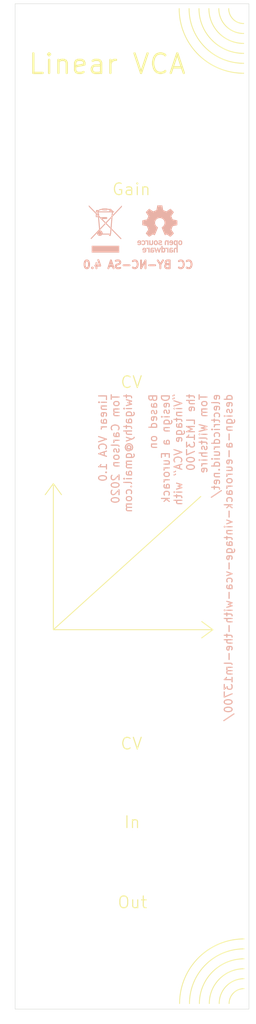
<source format=kicad_pcb>
(kicad_pcb (version 20171130) (host pcbnew "(5.1.4)-1")

  (general
    (thickness 1.6)
    (drawings 26)
    (tracks 0)
    (zones 0)
    (modules 14)
    (nets 1)
  )

  (page A4)
  (layers
    (0 F.Cu signal)
    (31 B.Cu signal)
    (32 B.Adhes user)
    (33 F.Adhes user)
    (34 B.Paste user)
    (35 F.Paste user)
    (36 B.SilkS user)
    (37 F.SilkS user)
    (38 B.Mask user)
    (39 F.Mask user)
    (40 Dwgs.User user)
    (41 Cmts.User user)
    (42 Eco1.User user)
    (43 Eco2.User user)
    (44 Edge.Cuts user)
    (45 Margin user)
    (46 B.CrtYd user)
    (47 F.CrtYd user)
    (48 B.Fab user)
    (49 F.Fab user)
  )

  (setup
    (last_trace_width 0.25)
    (trace_clearance 0.2)
    (zone_clearance 0.508)
    (zone_45_only no)
    (trace_min 0.2)
    (via_size 0.8)
    (via_drill 0.4)
    (via_min_size 0.4)
    (via_min_drill 0.3)
    (uvia_size 0.3)
    (uvia_drill 0.1)
    (uvias_allowed no)
    (uvia_min_size 0.2)
    (uvia_min_drill 0.1)
    (edge_width 0.05)
    (segment_width 0.2)
    (pcb_text_width 0.3)
    (pcb_text_size 1.5 1.5)
    (mod_edge_width 0.12)
    (mod_text_size 1 1)
    (mod_text_width 0.15)
    (pad_size 1.524 1.524)
    (pad_drill 0.762)
    (pad_to_mask_clearance 0.051)
    (solder_mask_min_width 0.25)
    (aux_axis_origin 0 0)
    (visible_elements 7FFFFFFF)
    (pcbplotparams
      (layerselection 0x010fc_ffffffff)
      (usegerberextensions false)
      (usegerberattributes false)
      (usegerberadvancedattributes false)
      (creategerberjobfile false)
      (excludeedgelayer true)
      (linewidth 0.100000)
      (plotframeref false)
      (viasonmask false)
      (mode 1)
      (useauxorigin false)
      (hpglpennumber 1)
      (hpglpenspeed 20)
      (hpglpendiameter 15.000000)
      (psnegative false)
      (psa4output false)
      (plotreference true)
      (plotvalue true)
      (plotinvisibletext false)
      (padsonsilk false)
      (subtractmaskfromsilk false)
      (outputformat 1)
      (mirror false)
      (drillshape 1)
      (scaleselection 1)
      (outputdirectory ""))
  )

  (net 0 "")

  (net_class Default "This is the default net class."
    (clearance 0.2)
    (trace_width 0.25)
    (via_dia 0.8)
    (via_drill 0.4)
    (uvia_dia 0.3)
    (uvia_drill 0.1)
  )

  (module Symbol:WEEE-Logo_4.2x6mm_SilkScreen (layer B.Cu) (tedit 0) (tstamp 603DAE71)
    (at 157.0609 68.9483 180)
    (descr "Waste Electrical and Electronic Equipment Directive")
    (tags "Logo WEEE")
    (path /60041A75)
    (attr virtual)
    (fp_text reference J26 (at 0 0) (layer B.SilkS) hide
      (effects (font (size 1 1) (thickness 0.15)) (justify mirror))
    )
    (fp_text value WEEE (at 0.75 0) (layer B.Fab) hide
      (effects (font (size 1 1) (thickness 0.15)) (justify mirror))
    )
    (fp_poly (pts (xy 1.747822 -3.017822) (xy -1.772971 -3.017822) (xy -1.772971 -2.150198) (xy 1.747822 -2.150198)
      (xy 1.747822 -3.017822)) (layer B.SilkS) (width 0.01))
    (fp_poly (pts (xy 2.12443 2.935152) (xy 2.123811 2.848069) (xy 1.672086 2.389109) (xy 1.220361 1.930148)
      (xy 1.220032 1.719529) (xy 1.219703 1.508911) (xy 0.94461 1.508911) (xy 0.937522 1.45547)
      (xy 0.934838 1.431112) (xy 0.930313 1.385241) (xy 0.924191 1.320595) (xy 0.916712 1.239909)
      (xy 0.908119 1.145919) (xy 0.898654 1.041363) (xy 0.888558 0.928975) (xy 0.878074 0.811493)
      (xy 0.867444 0.691652) (xy 0.856909 0.572189) (xy 0.846713 0.455841) (xy 0.837095 0.345343)
      (xy 0.8283 0.243431) (xy 0.820568 0.152842) (xy 0.814142 0.076313) (xy 0.809263 0.016579)
      (xy 0.806175 -0.023624) (xy 0.805117 -0.041559) (xy 0.805118 -0.041644) (xy 0.812827 -0.056035)
      (xy 0.835981 -0.085748) (xy 0.874895 -0.131131) (xy 0.929884 -0.192529) (xy 1.001264 -0.270288)
      (xy 1.089349 -0.364754) (xy 1.194454 -0.476272) (xy 1.316895 -0.605188) (xy 1.35131 -0.641287)
      (xy 1.897137 -1.213416) (xy 1.808881 -1.301436) (xy 1.737485 -1.223758) (xy 1.711366 -1.195686)
      (xy 1.670566 -1.152274) (xy 1.617777 -1.096366) (xy 1.555691 -1.030808) (xy 1.487 -0.958441)
      (xy 1.414396 -0.882112) (xy 1.37096 -0.836524) (xy 1.289416 -0.751119) (xy 1.223504 -0.68271)
      (xy 1.171544 -0.630053) (xy 1.131855 -0.591905) (xy 1.102757 -0.56702) (xy 1.082569 -0.554156)
      (xy 1.06961 -0.552068) (xy 1.0622 -0.559513) (xy 1.058658 -0.575246) (xy 1.057303 -0.598023)
      (xy 1.057121 -0.604239) (xy 1.047703 -0.647061) (xy 1.024497 -0.698819) (xy 0.992136 -0.751328)
      (xy 0.955252 -0.796403) (xy 0.940493 -0.810328) (xy 0.864767 -0.859047) (xy 0.776308 -0.886306)
      (xy 0.6981 -0.892773) (xy 0.609468 -0.880576) (xy 0.527612 -0.844813) (xy 0.455164 -0.786722)
      (xy 0.441797 -0.772262) (xy 0.392918 -0.716733) (xy -0.452674 -0.716733) (xy -0.452674 -0.892773)
      (xy -0.67901 -0.892773) (xy -0.67901 -0.810531) (xy -0.68185 -0.754386) (xy -0.691393 -0.715416)
      (xy -0.702991 -0.694219) (xy -0.711277 -0.679052) (xy -0.718373 -0.657062) (xy -0.724748 -0.624987)
      (xy -0.730872 -0.579569) (xy -0.737216 -0.517548) (xy -0.74425 -0.435662) (xy -0.749066 -0.374746)
      (xy -0.771161 -0.089343) (xy -1.313565 -0.638805) (xy -1.411637 -0.738228) (xy -1.505784 -0.833815)
      (xy -1.594285 -0.92381) (xy -1.67542 -1.006457) (xy -1.747469 -1.080001) (xy -1.808712 -1.142684)
      (xy -1.857427 -1.192752) (xy -1.891896 -1.228448) (xy -1.910379 -1.247995) (xy -1.940743 -1.278944)
      (xy -1.966071 -1.30053) (xy -1.979695 -1.307723) (xy -1.997095 -1.299297) (xy -2.02246 -1.278245)
      (xy -2.031058 -1.269671) (xy -2.067514 -1.23162) (xy -1.866802 -1.027658) (xy -1.815596 -0.975699)
      (xy -1.749569 -0.90882) (xy -1.671618 -0.82995) (xy -1.584638 -0.742014) (xy -1.491526 -0.647941)
      (xy -1.395179 -0.550658) (xy -1.298492 -0.453093) (xy -1.229134 -0.383145) (xy -1.123703 -0.27655)
      (xy -1.035129 -0.186307) (xy -0.962281 -0.111192) (xy -0.904023 -0.049986) (xy -0.859225 -0.001466)
      (xy -0.837021 0.023871) (xy -0.658724 0.023871) (xy -0.636401 -0.261555) (xy -0.629669 -0.345219)
      (xy -0.623157 -0.421727) (xy -0.617234 -0.487081) (xy -0.612268 -0.537281) (xy -0.608629 -0.568329)
      (xy -0.607458 -0.575273) (xy -0.600838 -0.603565) (xy 0.348636 -0.603565) (xy 0.354974 -0.524606)
      (xy 0.37411 -0.431315) (xy 0.414154 -0.348791) (xy 0.472582 -0.280038) (xy 0.546871 -0.228063)
      (xy 0.630252 -0.196863) (xy 0.657302 -0.182228) (xy 0.670844 -0.150819) (xy 0.671128 -0.149434)
      (xy 0.672753 -0.136174) (xy 0.670744 -0.122595) (xy 0.663142 -0.106181) (xy 0.647984 -0.084411)
      (xy 0.623312 -0.054767) (xy 0.587164 -0.014732) (xy 0.53758 0.038215) (xy 0.472599 0.106591)
      (xy 0.468401 0.110995) (xy 0.398507 0.184389) (xy 0.3242 0.262563) (xy 0.250586 0.340136)
      (xy 0.182771 0.411725) (xy 0.12586 0.471949) (xy 0.113168 0.485413) (xy 0.064513 0.53618)
      (xy 0.021291 0.579625) (xy -0.013395 0.612759) (xy -0.036444 0.632595) (xy -0.044182 0.636954)
      (xy -0.055722 0.62783) (xy -0.08271 0.6028) (xy -0.123021 0.563948) (xy -0.174529 0.513357)
      (xy -0.235109 0.453112) (xy -0.302636 0.385296) (xy -0.357826 0.329435) (xy -0.658724 0.023871)
      (xy -0.837021 0.023871) (xy -0.826751 0.035589) (xy -0.805471 0.062401) (xy -0.794251 0.080192)
      (xy -0.791754 0.08843) (xy -0.7927 0.10641) (xy -0.795573 0.147108) (xy -0.800187 0.208181)
      (xy -0.806358 0.287287) (xy -0.813898 0.382086) (xy -0.822621 0.490233) (xy -0.832343 0.609388)
      (xy -0.842876 0.737209) (xy -0.851365 0.839365) (xy -0.899396 1.415326) (xy -0.775805 1.415326)
      (xy -0.775273 1.402896) (xy -0.772769 1.36789) (xy -0.768496 1.312785) (xy -0.762653 1.240057)
      (xy -0.755443 1.152186) (xy -0.747066 1.051649) (xy -0.737723 0.940923) (xy -0.728758 0.835795)
      (xy -0.718602 0.716517) (xy -0.709142 0.60392) (xy -0.700596 0.500695) (xy -0.693179 0.409527)
      (xy -0.687108 0.333105) (xy -0.682601 0.274117) (xy -0.679873 0.235251) (xy -0.679116 0.220156)
      (xy -0.677935 0.210762) (xy -0.673256 0.207034) (xy -0.663276 0.210529) (xy -0.64619 0.222801)
      (xy -0.620196 0.245406) (xy -0.58349 0.2799) (xy -0.534267 0.327838) (xy -0.470726 0.390776)
      (xy -0.403305 0.458032) (xy -0.127601 0.733523) (xy -0.129533 0.735594) (xy 0.05271 0.735594)
      (xy 0.061016 0.72422) (xy 0.084267 0.697437) (xy 0.120135 0.657708) (xy 0.166287 0.607493)
      (xy 0.220394 0.549254) (xy 0.280126 0.485453) (xy 0.343152 0.418551) (xy 0.407142 0.35101)
      (xy 0.469764 0.28529) (xy 0.52869 0.223854) (xy 0.581588 0.169163) (xy 0.626128 0.123678)
      (xy 0.65998 0.089862) (xy 0.680812 0.070174) (xy 0.686494 0.066163) (xy 0.688366 0.079109)
      (xy 0.692254 0.114866) (xy 0.697943 0.171196) (xy 0.705219 0.24586) (xy 0.713869 0.33662)
      (xy 0.723678 0.441238) (xy 0.734434 0.557474) (xy 0.745921 0.683092) (xy 0.755093 0.784382)
      (xy 0.766826 0.915721) (xy 0.777665 1.039448) (xy 0.78743 1.153319) (xy 0.795937 1.255089)
      (xy 0.803005 1.342513) (xy 0.808451 1.413347) (xy 0.812092 1.465347) (xy 0.813747 1.496268)
      (xy 0.813558 1.504297) (xy 0.803666 1.497146) (xy 0.778476 1.474159) (xy 0.74019 1.437561)
      (xy 0.691011 1.389578) (xy 0.633139 1.332434) (xy 0.568778 1.268353) (xy 0.500129 1.199562)
      (xy 0.429395 1.128284) (xy 0.358778 1.056745) (xy 0.29048 0.98717) (xy 0.226704 0.921783)
      (xy 0.16965 0.862809) (xy 0.121522 0.812473) (xy 0.084522 0.773001) (xy 0.060852 0.746617)
      (xy 0.05271 0.735594) (xy -0.129533 0.735594) (xy -0.230409 0.843705) (xy -0.282768 0.899623)
      (xy -0.341535 0.962052) (xy -0.404385 1.028557) (xy -0.468995 1.096702) (xy -0.533042 1.164052)
      (xy -0.594203 1.228172) (xy -0.650153 1.286628) (xy -0.69857 1.336982) (xy -0.73713 1.376802)
      (xy -0.763509 1.40365) (xy -0.775384 1.415092) (xy -0.775805 1.415326) (xy -0.899396 1.415326)
      (xy -0.911401 1.559274) (xy -1.511938 2.190842) (xy -2.112475 2.822411) (xy -2.112034 2.910685)
      (xy -2.111592 2.99896) (xy -2.014583 2.895334) (xy -1.960291 2.837537) (xy -1.896192 2.769632)
      (xy -1.824016 2.693428) (xy -1.745492 2.610731) (xy -1.662349 2.523347) (xy -1.576319 2.433085)
      (xy -1.48913 2.34175) (xy -1.402513 2.251151) (xy -1.318197 2.163093) (xy -1.237912 2.079385)
      (xy -1.163387 2.001833) (xy -1.096354 1.932243) (xy -1.038541 1.872424) (xy -0.991679 1.824182)
      (xy -0.957496 1.789324) (xy -0.937724 1.769657) (xy -0.93339 1.765884) (xy -0.933092 1.779008)
      (xy -0.934731 1.812611) (xy -0.938023 1.86212) (xy -0.942682 1.922963) (xy -0.944682 1.947268)
      (xy -0.959577 2.125049) (xy -0.842955 2.125049) (xy -0.836934 2.096757) (xy -0.833863 2.074382)
      (xy -0.829548 2.032283) (xy -0.824488 1.975822) (xy -0.819181 1.910365) (xy -0.817344 1.886138)
      (xy -0.811927 1.816579) (xy -0.806459 1.751982) (xy -0.801488 1.698452) (xy -0.797561 1.66209)
      (xy -0.796675 1.655491) (xy -0.793334 1.641944) (xy -0.786101 1.626086) (xy -0.77344 1.606139)
      (xy -0.753811 1.580327) (xy -0.725678 1.546871) (xy -0.687502 1.503993) (xy -0.637746 1.449917)
      (xy -0.574871 1.382864) (xy -0.497341 1.301057) (xy -0.418251 1.21805) (xy -0.339564 1.135906)
      (xy -0.266112 1.059831) (xy -0.199724 0.991675) (xy -0.142227 0.933288) (xy -0.095451 0.886519)
      (xy -0.061224 0.853218) (xy -0.041373 0.835233) (xy -0.03714 0.832558) (xy -0.026003 0.842259)
      (xy 0.000029 0.867559) (xy 0.03843 0.905918) (xy 0.086672 0.9548) (xy 0.14223 1.011666)
      (xy 0.182408 1.053094) (xy 0.392169 1.27) (xy -0.226337 1.27) (xy -0.226337 1.508911)
      (xy 0.528119 1.508911) (xy 0.528119 1.402458) (xy 0.666435 1.540346) (xy 0.764553 1.63816)
      (xy 0.955643 1.63816) (xy 0.957471 1.62273) (xy 0.966723 1.614133) (xy 0.98905 1.610387)
      (xy 1.030105 1.609511) (xy 1.037376 1.609505) (xy 1.119109 1.609505) (xy 1.119109 1.828828)
      (xy 1.037376 1.747821) (xy 0.99127 1.698572) (xy 0.963694 1.660841) (xy 0.955643 1.63816)
      (xy 0.764553 1.63816) (xy 0.804752 1.678234) (xy 0.804752 1.801048) (xy 0.805137 1.85755)
      (xy 0.8069 1.893495) (xy 0.81095 1.91347) (xy 0.818199 1.922063) (xy 0.82913 1.923861)
      (xy 0.841288 1.926502) (xy 0.850273 1.937088) (xy 0.857174 1.959619) (xy 0.863076 1.998091)
      (xy 0.869065 2.056502) (xy 0.870987 2.077896) (xy 0.875148 2.125049) (xy -0.842955 2.125049)
      (xy -0.959577 2.125049) (xy -1.119109 2.125049) (xy -1.119109 2.238218) (xy -1.051314 2.238218)
      (xy -1.011662 2.239304) (xy -0.990116 2.244546) (xy -0.98748 2.247666) (xy -0.848616 2.247666)
      (xy -0.841308 2.240538) (xy -0.815993 2.238338) (xy -0.798908 2.238218) (xy -0.741881 2.238218)
      (xy -0.529221 2.238218) (xy 0.885302 2.238218) (xy 0.837458 2.287214) (xy 0.76315 2.347676)
      (xy 0.671184 2.394309) (xy 0.560002 2.427751) (xy 0.449529 2.446247) (xy 0.377227 2.454878)
      (xy 0.377227 2.36396) (xy -0.201188 2.36396) (xy -0.201188 2.467107) (xy -0.286065 2.458504)
      (xy -0.345368 2.451244) (xy -0.408551 2.441621) (xy -0.446386 2.434748) (xy -0.521832 2.419593)
      (xy -0.525526 2.328905) (xy -0.529221 2.238218) (xy -0.741881 2.238218) (xy -0.741881 2.288515)
      (xy -0.743544 2.320024) (xy -0.747697 2.337537) (xy -0.749371 2.338812) (xy -0.767987 2.330746)
      (xy -0.795183 2.31118) (xy -0.822448 2.287056) (xy -0.841267 2.265318) (xy -0.842943 2.262492)
      (xy -0.848616 2.247666) (xy -0.98748 2.247666) (xy -0.979662 2.256919) (xy -0.975442 2.270396)
      (xy -0.958219 2.305373) (xy -0.925138 2.347421) (xy -0.881893 2.390644) (xy -0.834174 2.429146)
      (xy -0.80283 2.449199) (xy -0.767123 2.471149) (xy -0.748819 2.489589) (xy -0.742388 2.511332)
      (xy -0.741894 2.524282) (xy -0.741894 2.527425) (xy -0.100594 2.527425) (xy -0.100594 2.464554)
      (xy 0.276633 2.464554) (xy 0.276633 2.527425) (xy -0.100594 2.527425) (xy -0.741894 2.527425)
      (xy -0.741881 2.565148) (xy -0.636048 2.565148) (xy -0.587355 2.563971) (xy -0.549405 2.560835)
      (xy -0.528308 2.556329) (xy -0.526023 2.554505) (xy -0.512641 2.551705) (xy -0.480074 2.552852)
      (xy -0.433916 2.557607) (xy -0.402376 2.561997) (xy -0.345188 2.570622) (xy -0.292886 2.578409)
      (xy -0.253582 2.584153) (xy -0.242055 2.585785) (xy -0.211937 2.595112) (xy -0.201188 2.609728)
      (xy -0.19792 2.61568) (xy -0.18623 2.620222) (xy -0.163288 2.62353) (xy -0.126265 2.625785)
      (xy -0.072332 2.627166) (xy 0.00134 2.62785) (xy 0.08802 2.62802) (xy 0.180529 2.627923)
      (xy 0.250906 2.62747) (xy 0.302164 2.62641) (xy 0.33732 2.624497) (xy 0.359389 2.621481)
      (xy 0.371385 2.617115) (xy 0.376324 2.611151) (xy 0.377227 2.604216) (xy 0.384921 2.582205)
      (xy 0.410121 2.569679) (xy 0.456009 2.565212) (xy 0.464264 2.565148) (xy 0.541973 2.557132)
      (xy 0.630233 2.535064) (xy 0.721085 2.501916) (xy 0.80657 2.460661) (xy 0.878726 2.414269)
      (xy 0.888072 2.406918) (xy 0.918533 2.383002) (xy 0.936572 2.373424) (xy 0.949169 2.37652)
      (xy 0.9621 2.389296) (xy 1.000293 2.414322) (xy 1.049998 2.423929) (xy 1.103524 2.418933)
      (xy 1.153178 2.400149) (xy 1.191267 2.368394) (xy 1.194025 2.364703) (xy 1.222526 2.305425)
      (xy 1.227828 2.244066) (xy 1.210518 2.185573) (xy 1.17118 2.134896) (xy 1.16637 2.130711)
      (xy 1.13844 2.110833) (xy 1.110102 2.102079) (xy 1.070263 2.101447) (xy 1.060311 2.102008)
      (xy 1.021332 2.103438) (xy 1.001254 2.100161) (xy 0.993985 2.090272) (xy 0.99324 2.081039)
      (xy 0.991716 2.054256) (xy 0.987935 2.013975) (xy 0.985218 1.989876) (xy 0.981277 1.951599)
      (xy 0.982916 1.932004) (xy 0.992421 1.924842) (xy 1.009351 1.923861) (xy 1.019392 1.927099)
      (xy 1.03559 1.93758) (xy 1.059145 1.956452) (xy 1.091257 1.984865) (xy 1.133128 2.023965)
      (xy 1.185957 2.074903) (xy 1.250945 2.138827) (xy 1.329291 2.216886) (xy 1.422197 2.310228)
      (xy 1.530863 2.420002) (xy 1.583231 2.473048) (xy 2.125049 3.022233) (xy 2.12443 2.935152)) (layer B.SilkS) (width 0.01))
  )

  (module Symbol:OSHW-Logo_5.7x6mm_SilkScreen (layer B.Cu) (tedit 0) (tstamp 603DAE5C)
    (at 164.0459 68.9483 180)
    (descr "Open Source Hardware Logo")
    (tags "Logo OSHW")
    (path /600400DA)
    (attr virtual)
    (fp_text reference J27 (at 0 0) (layer B.SilkS) hide
      (effects (font (size 1 1) (thickness 0.15)) (justify mirror))
    )
    (fp_text value OSHW (at 0.75 0) (layer B.Fab) hide
      (effects (font (size 1 1) (thickness 0.15)) (justify mirror))
    )
    (fp_poly (pts (xy -1.908759 -1.469184) (xy -1.882247 -1.482282) (xy -1.849553 -1.505106) (xy -1.825725 -1.529996)
      (xy -1.809406 -1.561249) (xy -1.79924 -1.603166) (xy -1.793872 -1.660044) (xy -1.791944 -1.736184)
      (xy -1.791831 -1.768917) (xy -1.792161 -1.840656) (xy -1.793527 -1.891927) (xy -1.7965 -1.927404)
      (xy -1.801649 -1.951763) (xy -1.809543 -1.96968) (xy -1.817757 -1.981902) (xy -1.870187 -2.033905)
      (xy -1.93193 -2.065184) (xy -1.998536 -2.074592) (xy -2.065558 -2.06098) (xy -2.086792 -2.051354)
      (xy -2.137624 -2.024859) (xy -2.137624 -2.440052) (xy -2.100525 -2.420868) (xy -2.051643 -2.406025)
      (xy -1.991561 -2.402222) (xy -1.931564 -2.409243) (xy -1.886256 -2.425013) (xy -1.848675 -2.455047)
      (xy -1.816564 -2.498024) (xy -1.81415 -2.502436) (xy -1.803967 -2.523221) (xy -1.79653 -2.54417)
      (xy -1.791411 -2.569548) (xy -1.788181 -2.603618) (xy -1.786413 -2.650641) (xy -1.785677 -2.714882)
      (xy -1.785544 -2.787176) (xy -1.785544 -3.017822) (xy -1.923861 -3.017822) (xy -1.923861 -2.592533)
      (xy -1.962549 -2.559979) (xy -2.002738 -2.53394) (xy -2.040797 -2.529205) (xy -2.079066 -2.541389)
      (xy -2.099462 -2.55332) (xy -2.114642 -2.570313) (xy -2.125438 -2.595995) (xy -2.132683 -2.633991)
      (xy -2.137208 -2.687926) (xy -2.139844 -2.761425) (xy -2.140772 -2.810347) (xy -2.143911 -3.011535)
      (xy -2.209926 -3.015336) (xy -2.27594 -3.019136) (xy -2.27594 -1.77065) (xy -2.137624 -1.77065)
      (xy -2.134097 -1.840254) (xy -2.122215 -1.888569) (xy -2.10002 -1.918631) (xy -2.065559 -1.933471)
      (xy -2.030742 -1.936436) (xy -1.991329 -1.933028) (xy -1.965171 -1.919617) (xy -1.948814 -1.901896)
      (xy -1.935937 -1.882835) (xy -1.928272 -1.861601) (xy -1.924861 -1.831849) (xy -1.924749 -1.787236)
      (xy -1.925897 -1.74988) (xy -1.928532 -1.693604) (xy -1.932456 -1.656658) (xy -1.939063 -1.633223)
      (xy -1.949749 -1.61748) (xy -1.959833 -1.60838) (xy -2.00197 -1.588537) (xy -2.05184 -1.585332)
      (xy -2.080476 -1.592168) (xy -2.108828 -1.616464) (xy -2.127609 -1.663728) (xy -2.136712 -1.733624)
      (xy -2.137624 -1.77065) (xy -2.27594 -1.77065) (xy -2.27594 -1.458614) (xy -2.206782 -1.458614)
      (xy -2.16526 -1.460256) (xy -2.143838 -1.466087) (xy -2.137626 -1.477461) (xy -2.137624 -1.477798)
      (xy -2.134742 -1.488938) (xy -2.12203 -1.487673) (xy -2.096757 -1.475433) (xy -2.037869 -1.456707)
      (xy -1.971615 -1.454739) (xy -1.908759 -1.469184)) (layer B.SilkS) (width 0.01))
    (fp_poly (pts (xy -1.38421 -2.406555) (xy -1.325055 -2.422339) (xy -1.280023 -2.450948) (xy -1.248246 -2.488419)
      (xy -1.238366 -2.504411) (xy -1.231073 -2.521163) (xy -1.225974 -2.542592) (xy -1.222679 -2.572616)
      (xy -1.220797 -2.615154) (xy -1.219937 -2.674122) (xy -1.219707 -2.75344) (xy -1.219703 -2.774484)
      (xy -1.219703 -3.017822) (xy -1.280059 -3.017822) (xy -1.318557 -3.015126) (xy -1.347023 -3.008295)
      (xy -1.354155 -3.004083) (xy -1.373652 -2.996813) (xy -1.393566 -3.004083) (xy -1.426353 -3.01316)
      (xy -1.473978 -3.016813) (xy -1.526764 -3.015228) (xy -1.575036 -3.008589) (xy -1.603218 -3.000072)
      (xy -1.657753 -2.965063) (xy -1.691835 -2.916479) (xy -1.707157 -2.851882) (xy -1.707299 -2.850223)
      (xy -1.705955 -2.821566) (xy -1.584356 -2.821566) (xy -1.573726 -2.854161) (xy -1.55641 -2.872505)
      (xy -1.521652 -2.886379) (xy -1.475773 -2.891917) (xy -1.428988 -2.889191) (xy -1.391514 -2.878274)
      (xy -1.381015 -2.871269) (xy -1.362668 -2.838904) (xy -1.35802 -2.802111) (xy -1.35802 -2.753763)
      (xy -1.427582 -2.753763) (xy -1.493667 -2.75885) (xy -1.543764 -2.773263) (xy -1.574929 -2.795729)
      (xy -1.584356 -2.821566) (xy -1.705955 -2.821566) (xy -1.703987 -2.779647) (xy -1.68071 -2.723845)
      (xy -1.636948 -2.681647) (xy -1.630899 -2.677808) (xy -1.604907 -2.665309) (xy -1.572735 -2.65774)
      (xy -1.52776 -2.654061) (xy -1.474331 -2.653216) (xy -1.35802 -2.653169) (xy -1.35802 -2.604411)
      (xy -1.362953 -2.566581) (xy -1.375543 -2.541236) (xy -1.377017 -2.539887) (xy -1.405034 -2.5288)
      (xy -1.447326 -2.524503) (xy -1.494064 -2.526615) (xy -1.535418 -2.534756) (xy -1.559957 -2.546965)
      (xy -1.573253 -2.556746) (xy -1.587294 -2.558613) (xy -1.606671 -2.5506) (xy -1.635976 -2.530739)
      (xy -1.679803 -2.497063) (xy -1.683825 -2.493909) (xy -1.681764 -2.482236) (xy -1.664568 -2.462822)
      (xy -1.638433 -2.441248) (xy -1.609552 -2.423096) (xy -1.600478 -2.418809) (xy -1.56738 -2.410256)
      (xy -1.51888 -2.404155) (xy -1.464695 -2.401708) (xy -1.462161 -2.401703) (xy -1.38421 -2.406555)) (layer B.SilkS) (width 0.01))
    (fp_poly (pts (xy -0.993356 -2.40302) (xy -0.974539 -2.40866) (xy -0.968473 -2.421053) (xy -0.968218 -2.426647)
      (xy -0.967129 -2.44223) (xy -0.959632 -2.444676) (xy -0.939381 -2.433993) (xy -0.927351 -2.426694)
      (xy -0.8894 -2.411063) (xy -0.844072 -2.403334) (xy -0.796544 -2.40274) (xy -0.751995 -2.408513)
      (xy -0.715602 -2.419884) (xy -0.692543 -2.436088) (xy -0.687996 -2.456355) (xy -0.690291 -2.461843)
      (xy -0.70702 -2.484626) (xy -0.732963 -2.512647) (xy -0.737655 -2.517177) (xy -0.762383 -2.538005)
      (xy -0.783718 -2.544735) (xy -0.813555 -2.540038) (xy -0.825508 -2.536917) (xy -0.862705 -2.529421)
      (xy -0.888859 -2.532792) (xy -0.910946 -2.544681) (xy -0.931178 -2.560635) (xy -0.946079 -2.5807)
      (xy -0.956434 -2.608702) (xy -0.963029 -2.648467) (xy -0.966649 -2.703823) (xy -0.968078 -2.778594)
      (xy -0.968218 -2.82374) (xy -0.968218 -3.017822) (xy -1.09396 -3.017822) (xy -1.09396 -2.401683)
      (xy -1.031089 -2.401683) (xy -0.993356 -2.40302)) (layer B.SilkS) (width 0.01))
    (fp_poly (pts (xy -0.201188 -3.017822) (xy -0.270346 -3.017822) (xy -0.310488 -3.016645) (xy -0.331394 -3.011772)
      (xy -0.338922 -3.001186) (xy -0.339505 -2.994029) (xy -0.340774 -2.979676) (xy -0.348779 -2.976923)
      (xy -0.369815 -2.985771) (xy -0.386173 -2.994029) (xy -0.448977 -3.013597) (xy -0.517248 -3.014729)
      (xy -0.572752 -3.000135) (xy -0.624438 -2.964877) (xy -0.663838 -2.912835) (xy -0.685413 -2.85145)
      (xy -0.685962 -2.848018) (xy -0.689167 -2.810571) (xy -0.690761 -2.756813) (xy -0.690633 -2.716155)
      (xy -0.553279 -2.716155) (xy -0.550097 -2.770194) (xy -0.542859 -2.814735) (xy -0.53306 -2.839888)
      (xy -0.495989 -2.87426) (xy -0.451974 -2.886582) (xy -0.406584 -2.876618) (xy -0.367797 -2.846895)
      (xy -0.353108 -2.826905) (xy -0.344519 -2.80305) (xy -0.340496 -2.76823) (xy -0.339505 -2.71593)
      (xy -0.341278 -2.664139) (xy -0.345963 -2.618634) (xy -0.352603 -2.588181) (xy -0.35371 -2.585452)
      (xy -0.380491 -2.553) (xy -0.419579 -2.535183) (xy -0.463315 -2.532306) (xy -0.504038 -2.544674)
      (xy -0.534087 -2.572593) (xy -0.537204 -2.578148) (xy -0.546961 -2.612022) (xy -0.552277 -2.660728)
      (xy -0.553279 -2.716155) (xy -0.690633 -2.716155) (xy -0.690568 -2.69554) (xy -0.689664 -2.662563)
      (xy -0.683514 -2.580981) (xy -0.670733 -2.51973) (xy -0.649471 -2.474449) (xy -0.617878 -2.440779)
      (xy -0.587207 -2.421014) (xy -0.544354 -2.40712) (xy -0.491056 -2.402354) (xy -0.43648 -2.406236)
      (xy -0.389792 -2.418282) (xy -0.365124 -2.432693) (xy -0.339505 -2.455878) (xy -0.339505 -2.162773)
      (xy -0.201188 -2.162773) (xy -0.201188 -3.017822)) (layer B.SilkS) (width 0.01))
    (fp_poly (pts (xy 0.281524 -2.404237) (xy 0.331255 -2.407971) (xy 0.461291 -2.797773) (xy 0.481678 -2.728614)
      (xy 0.493946 -2.685874) (xy 0.510085 -2.628115) (xy 0.527512 -2.564625) (xy 0.536726 -2.53057)
      (xy 0.571388 -2.401683) (xy 0.714391 -2.401683) (xy 0.671646 -2.536857) (xy 0.650596 -2.603342)
      (xy 0.625167 -2.683539) (xy 0.59861 -2.767193) (xy 0.574902 -2.841782) (xy 0.520902 -3.011535)
      (xy 0.462598 -3.015328) (xy 0.404295 -3.019122) (xy 0.372679 -2.914734) (xy 0.353182 -2.849889)
      (xy 0.331904 -2.7784) (xy 0.313308 -2.715263) (xy 0.312574 -2.71275) (xy 0.298684 -2.669969)
      (xy 0.286429 -2.640779) (xy 0.277846 -2.629741) (xy 0.276082 -2.631018) (xy 0.269891 -2.64813)
      (xy 0.258128 -2.684787) (xy 0.242225 -2.736378) (xy 0.223614 -2.798294) (xy 0.213543 -2.832352)
      (xy 0.159007 -3.017822) (xy 0.043264 -3.017822) (xy -0.049263 -2.725471) (xy -0.075256 -2.643462)
      (xy -0.098934 -2.568987) (xy -0.11918 -2.505544) (xy -0.134874 -2.456632) (xy -0.144898 -2.425749)
      (xy -0.147945 -2.416726) (xy -0.145533 -2.407487) (xy -0.126592 -2.403441) (xy -0.087177 -2.403846)
      (xy -0.081007 -2.404152) (xy -0.007914 -2.407971) (xy 0.039957 -2.58401) (xy 0.057553 -2.648211)
      (xy 0.073277 -2.704649) (xy 0.085746 -2.748422) (xy 0.093574 -2.77463) (xy 0.09502 -2.778903)
      (xy 0.101014 -2.77399) (xy 0.113101 -2.748532) (xy 0.129893 -2.705997) (xy 0.150003 -2.64985)
      (xy 0.167003 -2.59913) (xy 0.231794 -2.400504) (xy 0.281524 -2.404237)) (layer B.SilkS) (width 0.01))
    (fp_poly (pts (xy 1.038411 -2.405417) (xy 1.091411 -2.41829) (xy 1.106731 -2.42511) (xy 1.136428 -2.442974)
      (xy 1.15922 -2.463093) (xy 1.176083 -2.488962) (xy 1.187998 -2.524073) (xy 1.195942 -2.57192)
      (xy 1.200894 -2.635996) (xy 1.203831 -2.719794) (xy 1.204947 -2.775768) (xy 1.209052 -3.017822)
      (xy 1.138932 -3.017822) (xy 1.096393 -3.016038) (xy 1.074476 -3.009942) (xy 1.068812 -2.999706)
      (xy 1.065821 -2.988637) (xy 1.052451 -2.990754) (xy 1.034233 -2.999629) (xy 0.988624 -3.013233)
      (xy 0.930007 -3.016899) (xy 0.868354 -3.010903) (xy 0.813638 -2.995521) (xy 0.80873 -2.993386)
      (xy 0.758723 -2.958255) (xy 0.725756 -2.909419) (xy 0.710587 -2.852333) (xy 0.711746 -2.831824)
      (xy 0.835508 -2.831824) (xy 0.846413 -2.859425) (xy 0.878745 -2.879204) (xy 0.93091 -2.889819)
      (xy 0.958787 -2.891228) (xy 1.005247 -2.88762) (xy 1.036129 -2.873597) (xy 1.043664 -2.866931)
      (xy 1.064076 -2.830666) (xy 1.068812 -2.797773) (xy 1.068812 -2.753763) (xy 1.007513 -2.753763)
      (xy 0.936256 -2.757395) (xy 0.886276 -2.768818) (xy 0.854696 -2.788824) (xy 0.847626 -2.797743)
      (xy 0.835508 -2.831824) (xy 0.711746 -2.831824) (xy 0.713971 -2.792456) (xy 0.736663 -2.735244)
      (xy 0.767624 -2.69658) (xy 0.786376 -2.679864) (xy 0.804733 -2.668878) (xy 0.828619 -2.66218)
      (xy 0.863957 -2.658326) (xy 0.916669 -2.655873) (xy 0.937577 -2.655168) (xy 1.068812 -2.650879)
      (xy 1.06862 -2.611158) (xy 1.063537 -2.569405) (xy 1.045162 -2.544158) (xy 1.008039 -2.52803)
      (xy 1.007043 -2.527742) (xy 0.95441 -2.5214) (xy 0.902906 -2.529684) (xy 0.86463 -2.549827)
      (xy 0.849272 -2.559773) (xy 0.83273 -2.558397) (xy 0.807275 -2.543987) (xy 0.792328 -2.533817)
      (xy 0.763091 -2.512088) (xy 0.74498 -2.4958) (xy 0.742074 -2.491137) (xy 0.75404 -2.467005)
      (xy 0.789396 -2.438185) (xy 0.804753 -2.428461) (xy 0.848901 -2.411714) (xy 0.908398 -2.402227)
      (xy 0.974487 -2.400095) (xy 1.038411 -2.405417)) (layer B.SilkS) (width 0.01))
    (fp_poly (pts (xy 1.635255 -2.401486) (xy 1.683595 -2.411015) (xy 1.711114 -2.425125) (xy 1.740064 -2.448568)
      (xy 1.698876 -2.500571) (xy 1.673482 -2.532064) (xy 1.656238 -2.547428) (xy 1.639102 -2.549776)
      (xy 1.614027 -2.542217) (xy 1.602257 -2.537941) (xy 1.55427 -2.531631) (xy 1.510324 -2.545156)
      (xy 1.47806 -2.57571) (xy 1.472819 -2.585452) (xy 1.467112 -2.611258) (xy 1.462706 -2.658817)
      (xy 1.459811 -2.724758) (xy 1.458631 -2.80571) (xy 1.458614 -2.817226) (xy 1.458614 -3.017822)
      (xy 1.320297 -3.017822) (xy 1.320297 -2.401683) (xy 1.389456 -2.401683) (xy 1.429333 -2.402725)
      (xy 1.450107 -2.407358) (xy 1.457789 -2.417849) (xy 1.458614 -2.427745) (xy 1.458614 -2.453806)
      (xy 1.491745 -2.427745) (xy 1.529735 -2.409965) (xy 1.58077 -2.401174) (xy 1.635255 -2.401486)) (layer B.SilkS) (width 0.01))
    (fp_poly (pts (xy 2.032581 -2.40497) (xy 2.092685 -2.420597) (xy 2.143021 -2.452848) (xy 2.167393 -2.47694)
      (xy 2.207345 -2.533895) (xy 2.230242 -2.599965) (xy 2.238108 -2.681182) (xy 2.238148 -2.687748)
      (xy 2.238218 -2.753763) (xy 1.858264 -2.753763) (xy 1.866363 -2.788342) (xy 1.880987 -2.819659)
      (xy 1.906581 -2.852291) (xy 1.911935 -2.8575) (xy 1.957943 -2.885694) (xy 2.01041 -2.890475)
      (xy 2.070803 -2.871926) (xy 2.08104 -2.866931) (xy 2.112439 -2.851745) (xy 2.13347 -2.843094)
      (xy 2.137139 -2.842293) (xy 2.149948 -2.850063) (xy 2.174378 -2.869072) (xy 2.186779 -2.87946)
      (xy 2.212476 -2.903321) (xy 2.220915 -2.919077) (xy 2.215058 -2.933571) (xy 2.211928 -2.937534)
      (xy 2.190725 -2.954879) (xy 2.155738 -2.975959) (xy 2.131337 -2.988265) (xy 2.062072 -3.009946)
      (xy 1.985388 -3.016971) (xy 1.912765 -3.008647) (xy 1.892426 -3.002686) (xy 1.829476 -2.968952)
      (xy 1.782815 -2.917045) (xy 1.752173 -2.846459) (xy 1.737282 -2.756692) (xy 1.735647 -2.709753)
      (xy 1.740421 -2.641413) (xy 1.86099 -2.641413) (xy 1.872652 -2.646465) (xy 1.903998 -2.650429)
      (xy 1.949571 -2.652768) (xy 1.980446 -2.653169) (xy 2.035981 -2.652783) (xy 2.071033 -2.650975)
      (xy 2.090262 -2.646773) (xy 2.09833 -2.639203) (xy 2.099901 -2.628218) (xy 2.089121 -2.594381)
      (xy 2.06198 -2.56094) (xy 2.026277 -2.535272) (xy 1.99056 -2.524772) (xy 1.942048 -2.534086)
      (xy 1.900053 -2.561013) (xy 1.870936 -2.599827) (xy 1.86099 -2.641413) (xy 1.740421 -2.641413)
      (xy 1.742599 -2.610236) (xy 1.764055 -2.530949) (xy 1.80047 -2.471263) (xy 1.852297 -2.430549)
      (xy 1.91999 -2.408179) (xy 1.956662 -2.403871) (xy 2.032581 -2.40497)) (layer B.SilkS) (width 0.01))
    (fp_poly (pts (xy -2.538261 -1.465148) (xy -2.472479 -1.494231) (xy -2.42254 -1.542793) (xy -2.388374 -1.610908)
      (xy -2.369907 -1.698651) (xy -2.368583 -1.712351) (xy -2.367546 -1.808939) (xy -2.380993 -1.893602)
      (xy -2.408108 -1.962221) (xy -2.422627 -1.984294) (xy -2.473201 -2.031011) (xy -2.537609 -2.061268)
      (xy -2.609666 -2.073824) (xy -2.683185 -2.067439) (xy -2.739072 -2.047772) (xy -2.787132 -2.014629)
      (xy -2.826412 -1.971175) (xy -2.827092 -1.970158) (xy -2.843044 -1.943338) (xy -2.85341 -1.916368)
      (xy -2.859688 -1.882332) (xy -2.863373 -1.83431) (xy -2.864997 -1.794931) (xy -2.865672 -1.759219)
      (xy -2.739955 -1.759219) (xy -2.738726 -1.79477) (xy -2.734266 -1.842094) (xy -2.726397 -1.872465)
      (xy -2.712207 -1.894072) (xy -2.698917 -1.906694) (xy -2.651802 -1.933122) (xy -2.602505 -1.936653)
      (xy -2.556593 -1.917639) (xy -2.533638 -1.896331) (xy -2.517096 -1.874859) (xy -2.507421 -1.854313)
      (xy -2.503174 -1.827574) (xy -2.50292 -1.787523) (xy -2.504228 -1.750638) (xy -2.507043 -1.697947)
      (xy -2.511505 -1.663772) (xy -2.519548 -1.64148) (xy -2.533103 -1.624442) (xy -2.543845 -1.614703)
      (xy -2.588777 -1.589123) (xy -2.637249 -1.587847) (xy -2.677894 -1.602999) (xy -2.712567 -1.634642)
      (xy -2.733224 -1.68662) (xy -2.739955 -1.759219) (xy -2.865672 -1.759219) (xy -2.866479 -1.716621)
      (xy -2.863948 -1.658056) (xy -2.856362 -1.614007) (xy -2.842681 -1.579248) (xy -2.821865 -1.548551)
      (xy -2.814147 -1.539436) (xy -2.765889 -1.494021) (xy -2.714128 -1.467493) (xy -2.650828 -1.456379)
      (xy -2.619961 -1.455471) (xy -2.538261 -1.465148)) (layer B.SilkS) (width 0.01))
    (fp_poly (pts (xy -1.356699 -1.472614) (xy -1.344168 -1.478514) (xy -1.300799 -1.510283) (xy -1.25979 -1.556646)
      (xy -1.229168 -1.607696) (xy -1.220459 -1.631166) (xy -1.212512 -1.673091) (xy -1.207774 -1.723757)
      (xy -1.207199 -1.744679) (xy -1.207129 -1.810693) (xy -1.587083 -1.810693) (xy -1.578983 -1.845273)
      (xy -1.559104 -1.88617) (xy -1.524347 -1.921514) (xy -1.482998 -1.944282) (xy -1.456649 -1.94901)
      (xy -1.420916 -1.943273) (xy -1.378282 -1.928882) (xy -1.363799 -1.922262) (xy -1.31024 -1.895513)
      (xy -1.264533 -1.930376) (xy -1.238158 -1.953955) (xy -1.224124 -1.973417) (xy -1.223414 -1.979129)
      (xy -1.235951 -1.992973) (xy -1.263428 -2.014012) (xy -1.288366 -2.030425) (xy -1.355664 -2.05993)
      (xy -1.43111 -2.073284) (xy -1.505888 -2.069812) (xy -1.565495 -2.051663) (xy -1.626941 -2.012784)
      (xy -1.670608 -1.961595) (xy -1.697926 -1.895367) (xy -1.710322 -1.811371) (xy -1.711421 -1.772936)
      (xy -1.707022 -1.684861) (xy -1.706482 -1.682299) (xy -1.580582 -1.682299) (xy -1.577115 -1.690558)
      (xy -1.562863 -1.695113) (xy -1.53347 -1.697065) (xy -1.484575 -1.697517) (xy -1.465748 -1.697525)
      (xy -1.408467 -1.696843) (xy -1.372141 -1.694364) (xy -1.352604 -1.689443) (xy -1.34569 -1.681434)
      (xy -1.345445 -1.678862) (xy -1.353336 -1.658423) (xy -1.373085 -1.629789) (xy -1.381575 -1.619763)
      (xy -1.413094 -1.591408) (xy -1.445949 -1.580259) (xy -1.463651 -1.579327) (xy -1.511539 -1.590981)
      (xy -1.551699 -1.622285) (xy -1.577173 -1.667752) (xy -1.577625 -1.669233) (xy -1.580582 -1.682299)
      (xy -1.706482 -1.682299) (xy -1.692392 -1.61551) (xy -1.666038 -1.560025) (xy -1.633807 -1.520639)
      (xy -1.574217 -1.477931) (xy -1.504168 -1.455109) (xy -1.429661 -1.453046) (xy -1.356699 -1.472614)) (layer B.SilkS) (width 0.01))
    (fp_poly (pts (xy 0.014017 -1.456452) (xy 0.061634 -1.465482) (xy 0.111034 -1.48437) (xy 0.116312 -1.486777)
      (xy 0.153774 -1.506476) (xy 0.179717 -1.524781) (xy 0.188103 -1.536508) (xy 0.180117 -1.555632)
      (xy 0.16072 -1.58385) (xy 0.15211 -1.594384) (xy 0.116628 -1.635847) (xy 0.070885 -1.608858)
      (xy 0.02735 -1.590878) (xy -0.02295 -1.581267) (xy -0.071188 -1.58066) (xy -0.108533 -1.589691)
      (xy -0.117495 -1.595327) (xy -0.134563 -1.621171) (xy -0.136637 -1.650941) (xy -0.123866 -1.674197)
      (xy -0.116312 -1.678708) (xy -0.093675 -1.684309) (xy -0.053885 -1.690892) (xy -0.004834 -1.697183)
      (xy 0.004215 -1.69817) (xy 0.082996 -1.711798) (xy 0.140136 -1.734946) (xy 0.17803 -1.769752)
      (xy 0.199079 -1.818354) (xy 0.205635 -1.877718) (xy 0.196577 -1.945198) (xy 0.167164 -1.998188)
      (xy 0.117278 -2.036783) (xy 0.0468 -2.061081) (xy -0.031435 -2.070667) (xy -0.095234 -2.070552)
      (xy -0.146984 -2.061845) (xy -0.182327 -2.049825) (xy -0.226983 -2.02888) (xy -0.268253 -2.004574)
      (xy -0.282921 -1.993876) (xy -0.320643 -1.963084) (xy -0.275148 -1.917049) (xy -0.229653 -1.871013)
      (xy -0.177928 -1.905243) (xy -0.126048 -1.930952) (xy -0.070649 -1.944399) (xy -0.017395 -1.945818)
      (xy 0.028049 -1.935443) (xy 0.060016 -1.913507) (xy 0.070338 -1.894998) (xy 0.068789 -1.865314)
      (xy 0.04314 -1.842615) (xy -0.00654 -1.82694) (xy -0.060969 -1.819695) (xy -0.144736 -1.805873)
      (xy -0.206967 -1.779796) (xy -0.248493 -1.740699) (xy -0.270147 -1.68782) (xy -0.273147 -1.625126)
      (xy -0.258329 -1.559642) (xy -0.224546 -1.510144) (xy -0.171495 -1.476408) (xy -0.098874 -1.458207)
      (xy -0.045072 -1.454639) (xy 0.014017 -1.456452)) (layer B.SilkS) (width 0.01))
    (fp_poly (pts (xy 0.610762 -1.466055) (xy 0.674363 -1.500692) (xy 0.724123 -1.555372) (xy 0.747568 -1.599842)
      (xy 0.757634 -1.639121) (xy 0.764156 -1.695116) (xy 0.766951 -1.759621) (xy 0.765836 -1.824429)
      (xy 0.760626 -1.881334) (xy 0.754541 -1.911727) (xy 0.734014 -1.953306) (xy 0.698463 -1.997468)
      (xy 0.655619 -2.036087) (xy 0.613211 -2.061034) (xy 0.612177 -2.06143) (xy 0.559553 -2.072331)
      (xy 0.497188 -2.072601) (xy 0.437924 -2.062676) (xy 0.41504 -2.054722) (xy 0.356102 -2.0213)
      (xy 0.31389 -1.977511) (xy 0.286156 -1.919538) (xy 0.270651 -1.843565) (xy 0.267143 -1.803771)
      (xy 0.26759 -1.753766) (xy 0.402376 -1.753766) (xy 0.406917 -1.826732) (xy 0.419986 -1.882334)
      (xy 0.440756 -1.917861) (xy 0.455552 -1.92802) (xy 0.493464 -1.935104) (xy 0.538527 -1.933007)
      (xy 0.577487 -1.922812) (xy 0.587704 -1.917204) (xy 0.614659 -1.884538) (xy 0.632451 -1.834545)
      (xy 0.640024 -1.773705) (xy 0.636325 -1.708497) (xy 0.628057 -1.669253) (xy 0.60432 -1.623805)
      (xy 0.566849 -1.595396) (xy 0.52172 -1.585573) (xy 0.475011 -1.595887) (xy 0.439132 -1.621112)
      (xy 0.420277 -1.641925) (xy 0.409272 -1.662439) (xy 0.404026 -1.690203) (xy 0.402449 -1.732762)
      (xy 0.402376 -1.753766) (xy 0.26759 -1.753766) (xy 0.268094 -1.69758) (xy 0.285388 -1.610501)
      (xy 0.319029 -1.54253) (xy 0.369018 -1.493664) (xy 0.435356 -1.463899) (xy 0.449601 -1.460448)
      (xy 0.53521 -1.452345) (xy 0.610762 -1.466055)) (layer B.SilkS) (width 0.01))
    (fp_poly (pts (xy 0.993367 -1.654342) (xy 0.994555 -1.746563) (xy 0.998897 -1.81661) (xy 1.007558 -1.867381)
      (xy 1.021704 -1.901772) (xy 1.0425 -1.922679) (xy 1.07111 -1.933) (xy 1.106535 -1.935636)
      (xy 1.143636 -1.932682) (xy 1.171818 -1.921889) (xy 1.192243 -1.90036) (xy 1.206079 -1.865199)
      (xy 1.214491 -1.81351) (xy 1.218643 -1.742394) (xy 1.219703 -1.654342) (xy 1.219703 -1.458614)
      (xy 1.35802 -1.458614) (xy 1.35802 -2.062179) (xy 1.288862 -2.062179) (xy 1.24717 -2.060489)
      (xy 1.225701 -2.054556) (xy 1.219703 -2.043293) (xy 1.216091 -2.033261) (xy 1.201714 -2.035383)
      (xy 1.172736 -2.04958) (xy 1.106319 -2.07148) (xy 1.035875 -2.069928) (xy 0.968377 -2.046147)
      (xy 0.936233 -2.027362) (xy 0.911715 -2.007022) (xy 0.893804 -1.981573) (xy 0.881479 -1.947458)
      (xy 0.873723 -1.901121) (xy 0.869516 -1.839007) (xy 0.86784 -1.757561) (xy 0.867624 -1.694578)
      (xy 0.867624 -1.458614) (xy 0.993367 -1.458614) (xy 0.993367 -1.654342)) (layer B.SilkS) (width 0.01))
    (fp_poly (pts (xy 2.217226 -1.46388) (xy 2.29008 -1.49483) (xy 2.313027 -1.509895) (xy 2.342354 -1.533048)
      (xy 2.360764 -1.551253) (xy 2.363961 -1.557183) (xy 2.354935 -1.57034) (xy 2.331837 -1.592667)
      (xy 2.313344 -1.60825) (xy 2.262728 -1.648926) (xy 2.22276 -1.615295) (xy 2.191874 -1.593584)
      (xy 2.161759 -1.58609) (xy 2.127292 -1.58792) (xy 2.072561 -1.601528) (xy 2.034886 -1.629772)
      (xy 2.011991 -1.675433) (xy 2.001597 -1.741289) (xy 2.001595 -1.741331) (xy 2.002494 -1.814939)
      (xy 2.016463 -1.868946) (xy 2.044328 -1.905716) (xy 2.063325 -1.918168) (xy 2.113776 -1.933673)
      (xy 2.167663 -1.933683) (xy 2.214546 -1.918638) (xy 2.225644 -1.911287) (xy 2.253476 -1.892511)
      (xy 2.275236 -1.889434) (xy 2.298704 -1.903409) (xy 2.324649 -1.92851) (xy 2.365716 -1.97088)
      (xy 2.320121 -2.008464) (xy 2.249674 -2.050882) (xy 2.170233 -2.071785) (xy 2.087215 -2.070272)
      (xy 2.032694 -2.056411) (xy 1.96897 -2.022135) (xy 1.918005 -1.968212) (xy 1.894851 -1.930149)
      (xy 1.876099 -1.875536) (xy 1.866715 -1.806369) (xy 1.866643 -1.731407) (xy 1.875824 -1.659409)
      (xy 1.894199 -1.599137) (xy 1.897093 -1.592958) (xy 1.939952 -1.532351) (xy 1.997979 -1.488224)
      (xy 2.066591 -1.461493) (xy 2.141201 -1.453073) (xy 2.217226 -1.46388)) (layer B.SilkS) (width 0.01))
    (fp_poly (pts (xy 2.677898 -1.456457) (xy 2.710096 -1.464279) (xy 2.771825 -1.492921) (xy 2.82461 -1.536667)
      (xy 2.861141 -1.589117) (xy 2.86616 -1.600893) (xy 2.873045 -1.63174) (xy 2.877864 -1.677371)
      (xy 2.879505 -1.723492) (xy 2.879505 -1.810693) (xy 2.697178 -1.810693) (xy 2.621979 -1.810978)
      (xy 2.569003 -1.812704) (xy 2.535325 -1.817181) (xy 2.51802 -1.82572) (xy 2.514163 -1.83963)
      (xy 2.520829 -1.860222) (xy 2.53277 -1.884315) (xy 2.56608 -1.924525) (xy 2.612368 -1.944558)
      (xy 2.668944 -1.943905) (xy 2.733031 -1.922101) (xy 2.788417 -1.895193) (xy 2.834375 -1.931532)
      (xy 2.880333 -1.967872) (xy 2.837096 -2.007819) (xy 2.779374 -2.045563) (xy 2.708386 -2.06832)
      (xy 2.632029 -2.074688) (xy 2.558199 -2.063268) (xy 2.546287 -2.059393) (xy 2.481399 -2.025506)
      (xy 2.43313 -1.974986) (xy 2.400465 -1.906325) (xy 2.382385 -1.818014) (xy 2.382175 -1.816121)
      (xy 2.380556 -1.719878) (xy 2.3871 -1.685542) (xy 2.514852 -1.685542) (xy 2.526584 -1.690822)
      (xy 2.558438 -1.694867) (xy 2.605397 -1.697176) (xy 2.635154 -1.697525) (xy 2.690648 -1.697306)
      (xy 2.725346 -1.695916) (xy 2.743601 -1.692251) (xy 2.749766 -1.68521) (xy 2.748195 -1.67369)
      (xy 2.746878 -1.669233) (xy 2.724382 -1.627355) (xy 2.689003 -1.593604) (xy 2.65778 -1.578773)
      (xy 2.616301 -1.579668) (xy 2.574269 -1.598164) (xy 2.539012 -1.628786) (xy 2.517854 -1.666062)
      (xy 2.514852 -1.685542) (xy 2.3871 -1.685542) (xy 2.39669 -1.635229) (xy 2.428698 -1.564191)
      (xy 2.474701 -1.508779) (xy 2.532821 -1.471009) (xy 2.60118 -1.452896) (xy 2.677898 -1.456457)) (layer B.SilkS) (width 0.01))
    (fp_poly (pts (xy -0.754012 -1.469002) (xy -0.722717 -1.48395) (xy -0.692409 -1.505541) (xy -0.669318 -1.530391)
      (xy -0.6525 -1.562087) (xy -0.641006 -1.604214) (xy -0.633891 -1.660358) (xy -0.630207 -1.734106)
      (xy -0.629008 -1.829044) (xy -0.628989 -1.838985) (xy -0.628713 -2.062179) (xy -0.76703 -2.062179)
      (xy -0.76703 -1.856418) (xy -0.767128 -1.780189) (xy -0.767809 -1.724939) (xy -0.769651 -1.686501)
      (xy -0.773233 -1.660706) (xy -0.779132 -1.643384) (xy -0.787927 -1.630368) (xy -0.80018 -1.617507)
      (xy -0.843047 -1.589873) (xy -0.889843 -1.584745) (xy -0.934424 -1.602217) (xy -0.949928 -1.615221)
      (xy -0.96131 -1.627447) (xy -0.969481 -1.64054) (xy -0.974974 -1.658615) (xy -0.97832 -1.685787)
      (xy -0.980051 -1.72617) (xy -0.980697 -1.783879) (xy -0.980792 -1.854132) (xy -0.980792 -2.062179)
      (xy -1.119109 -2.062179) (xy -1.119109 -1.458614) (xy -1.04995 -1.458614) (xy -1.008428 -1.460256)
      (xy -0.987006 -1.466087) (xy -0.980795 -1.477461) (xy -0.980792 -1.477798) (xy -0.97791 -1.488938)
      (xy -0.965199 -1.487674) (xy -0.939926 -1.475434) (xy -0.882605 -1.457424) (xy -0.817037 -1.455421)
      (xy -0.754012 -1.469002)) (layer B.SilkS) (width 0.01))
    (fp_poly (pts (xy 1.79946 -1.45803) (xy 1.842711 -1.471245) (xy 1.870558 -1.487941) (xy 1.879629 -1.501145)
      (xy 1.877132 -1.516797) (xy 1.860931 -1.541385) (xy 1.847232 -1.5588) (xy 1.818992 -1.590283)
      (xy 1.797775 -1.603529) (xy 1.779688 -1.602664) (xy 1.726035 -1.58901) (xy 1.68663 -1.58963)
      (xy 1.654632 -1.605104) (xy 1.64389 -1.614161) (xy 1.609505 -1.646027) (xy 1.609505 -2.062179)
      (xy 1.471188 -2.062179) (xy 1.471188 -1.458614) (xy 1.540347 -1.458614) (xy 1.581869 -1.460256)
      (xy 1.603291 -1.466087) (xy 1.609502 -1.477461) (xy 1.609505 -1.477798) (xy 1.612439 -1.489713)
      (xy 1.625704 -1.488159) (xy 1.644084 -1.479563) (xy 1.682046 -1.463568) (xy 1.712872 -1.453945)
      (xy 1.752536 -1.451478) (xy 1.79946 -1.45803)) (layer B.SilkS) (width 0.01))
    (fp_poly (pts (xy 0.376964 2.709982) (xy 0.433812 2.40843) (xy 0.853338 2.235488) (xy 1.104984 2.406605)
      (xy 1.175458 2.45425) (xy 1.239163 2.49679) (xy 1.293126 2.532285) (xy 1.334373 2.55879)
      (xy 1.359934 2.574364) (xy 1.366895 2.577722) (xy 1.379435 2.569086) (xy 1.406231 2.545208)
      (xy 1.44428 2.509141) (xy 1.490579 2.463933) (xy 1.542123 2.412636) (xy 1.595909 2.358299)
      (xy 1.648935 2.303972) (xy 1.698195 2.252705) (xy 1.740687 2.207549) (xy 1.773407 2.171554)
      (xy 1.793351 2.14777) (xy 1.798119 2.13981) (xy 1.791257 2.125135) (xy 1.77202 2.092986)
      (xy 1.74243 2.046508) (xy 1.70451 1.988844) (xy 1.660282 1.92314) (xy 1.634654 1.885664)
      (xy 1.587941 1.817232) (xy 1.546432 1.75548) (xy 1.51214 1.703481) (xy 1.48708 1.664308)
      (xy 1.473264 1.641035) (xy 1.471188 1.636145) (xy 1.475895 1.622245) (xy 1.488723 1.58985)
      (xy 1.507738 1.543515) (xy 1.531003 1.487794) (xy 1.556584 1.427242) (xy 1.582545 1.366414)
      (xy 1.60695 1.309864) (xy 1.627863 1.262148) (xy 1.643349 1.227819) (xy 1.651472 1.211432)
      (xy 1.651952 1.210788) (xy 1.664707 1.207659) (xy 1.698677 1.200679) (xy 1.75034 1.190533)
      (xy 1.816176 1.177908) (xy 1.892664 1.163491) (xy 1.93729 1.155177) (xy 2.019021 1.139616)
      (xy 2.092843 1.124808) (xy 2.155021 1.111564) (xy 2.201822 1.100695) (xy 2.229509 1.093011)
      (xy 2.235074 1.090573) (xy 2.240526 1.07407) (xy 2.244924 1.0368) (xy 2.248272 0.98312)
      (xy 2.250574 0.917388) (xy 2.251832 0.843963) (xy 2.252048 0.767204) (xy 2.251227 0.691468)
      (xy 2.249371 0.621114) (xy 2.246482 0.5605) (xy 2.242565 0.513984) (xy 2.237622 0.485925)
      (xy 2.234657 0.480084) (xy 2.216934 0.473083) (xy 2.179381 0.463073) (xy 2.126964 0.451231)
      (xy 2.064652 0.438733) (xy 2.0429 0.43469) (xy 1.938024 0.41548) (xy 1.85518 0.400009)
      (xy 1.79163 0.387663) (xy 1.744637 0.377827) (xy 1.711463 0.369886) (xy 1.689371 0.363224)
      (xy 1.675624 0.357227) (xy 1.667484 0.351281) (xy 1.666345 0.350106) (xy 1.654977 0.331174)
      (xy 1.637635 0.294331) (xy 1.61605 0.244087) (xy 1.591954 0.184954) (xy 1.567079 0.121444)
      (xy 1.543157 0.058068) (xy 1.521919 -0.000662) (xy 1.505097 -0.050235) (xy 1.494422 -0.086139)
      (xy 1.491627 -0.103862) (xy 1.49186 -0.104483) (xy 1.501331 -0.11897) (xy 1.522818 -0.150844)
      (xy 1.554063 -0.196789) (xy 1.592807 -0.253485) (xy 1.636793 -0.317617) (xy 1.649319 -0.335842)
      (xy 1.693984 -0.401914) (xy 1.733288 -0.4622) (xy 1.765088 -0.513235) (xy 1.787245 -0.55156)
      (xy 1.797617 -0.573711) (xy 1.798119 -0.576432) (xy 1.789405 -0.590736) (xy 1.765325 -0.619072)
      (xy 1.728976 -0.658396) (xy 1.683453 -0.705661) (xy 1.631852 -0.757823) (xy 1.577267 -0.811835)
      (xy 1.522794 -0.864653) (xy 1.471529 -0.913231) (xy 1.426567 -0.954523) (xy 1.391004 -0.985485)
      (xy 1.367935 -1.00307) (xy 1.361554 -1.005941) (xy 1.346699 -0.999178) (xy 1.316286 -0.980939)
      (xy 1.275268 -0.954297) (xy 1.243709 -0.932852) (xy 1.186525 -0.893503) (xy 1.118806 -0.847171)
      (xy 1.05088 -0.800913) (xy 1.014361 -0.776155) (xy 0.890752 -0.692547) (xy 0.786991 -0.74865)
      (xy 0.73972 -0.773228) (xy 0.699523 -0.792331) (xy 0.672326 -0.803227) (xy 0.665402 -0.804743)
      (xy 0.657077 -0.793549) (xy 0.640654 -0.761917) (xy 0.617357 -0.712765) (xy 0.588414 -0.64901)
      (xy 0.55505 -0.573571) (xy 0.518491 -0.489364) (xy 0.479964 -0.399308) (xy 0.440694 -0.306321)
      (xy 0.401908 -0.21332) (xy 0.36483 -0.123223) (xy 0.330689 -0.038948) (xy 0.300708 0.036587)
      (xy 0.276116 0.100466) (xy 0.258136 0.149769) (xy 0.247997 0.181579) (xy 0.246366 0.192504)
      (xy 0.259291 0.206439) (xy 0.287589 0.22906) (xy 0.325346 0.255667) (xy 0.328515 0.257772)
      (xy 0.4261 0.335886) (xy 0.504786 0.427018) (xy 0.563891 0.528255) (xy 0.602732 0.636682)
      (xy 0.620628 0.749386) (xy 0.616897 0.863452) (xy 0.590857 0.975966) (xy 0.541825 1.084015)
      (xy 0.5274 1.107655) (xy 0.452369 1.203113) (xy 0.36373 1.279768) (xy 0.264549 1.33722)
      (xy 0.157895 1.375071) (xy 0.046836 1.392922) (xy -0.065561 1.390375) (xy -0.176227 1.36703)
      (xy -0.282094 1.32249) (xy -0.380095 1.256355) (xy -0.41041 1.229513) (xy -0.487562 1.145488)
      (xy -0.543782 1.057034) (xy -0.582347 0.957885) (xy -0.603826 0.859697) (xy -0.609128 0.749303)
      (xy -0.591448 0.63836) (xy -0.552581 0.530619) (xy -0.494323 0.429831) (xy -0.418469 0.339744)
      (xy -0.326817 0.264108) (xy -0.314772 0.256136) (xy -0.276611 0.230026) (xy -0.247601 0.207405)
      (xy -0.233732 0.192961) (xy -0.233531 0.192504) (xy -0.236508 0.176879) (xy -0.248311 0.141418)
      (xy -0.267714 0.089038) (xy -0.293488 0.022655) (xy -0.324409 -0.054814) (xy -0.359249 -0.14045)
      (xy -0.396783 -0.231337) (xy -0.435783 -0.324559) (xy -0.475023 -0.417197) (xy -0.513276 -0.506335)
      (xy -0.549317 -0.589055) (xy -0.581917 -0.662441) (xy -0.609852 -0.723575) (xy -0.631895 -0.769541)
      (xy -0.646818 -0.797421) (xy -0.652828 -0.804743) (xy -0.671191 -0.799041) (xy -0.705552 -0.783749)
      (xy -0.749984 -0.761599) (xy -0.774417 -0.74865) (xy -0.878178 -0.692547) (xy -1.001787 -0.776155)
      (xy -1.064886 -0.818987) (xy -1.13397 -0.866122) (xy -1.198707 -0.910503) (xy -1.231134 -0.932852)
      (xy -1.276741 -0.963477) (xy -1.31536 -0.987747) (xy -1.341952 -1.002587) (xy -1.35059 -1.005724)
      (xy -1.363161 -0.997261) (xy -1.390984 -0.973636) (xy -1.431361 -0.937302) (xy -1.481595 -0.890711)
      (xy -1.538988 -0.836317) (xy -1.575286 -0.801392) (xy -1.63879 -0.738996) (xy -1.693673 -0.683188)
      (xy -1.737714 -0.636354) (xy -1.768695 -0.600882) (xy -1.784398 -0.579161) (xy -1.785905 -0.574752)
      (xy -1.778914 -0.557985) (xy -1.759594 -0.524082) (xy -1.730091 -0.476476) (xy -1.692545 -0.418599)
      (xy -1.6491 -0.353884) (xy -1.636745 -0.335842) (xy -1.591727 -0.270267) (xy -1.55134 -0.211228)
      (xy -1.51784 -0.162042) (xy -1.493486 -0.126028) (xy -1.480536 -0.106502) (xy -1.479285 -0.104483)
      (xy -1.481156 -0.088922) (xy -1.491087 -0.054709) (xy -1.507347 -0.006355) (xy -1.528205 0.051629)
      (xy -1.551927 0.11473) (xy -1.576784 0.178437) (xy -1.601042 0.238239) (xy -1.622971 0.289624)
      (xy -1.640838 0.328081) (xy -1.652913 0.349098) (xy -1.653771 0.350106) (xy -1.661154 0.356112)
      (xy -1.673625 0.362052) (xy -1.69392 0.36854) (xy -1.724778 0.376191) (xy -1.768934 0.38562)
      (xy -1.829126 0.397441) (xy -1.908093 0.412271) (xy -2.00857 0.430723) (xy -2.030325 0.43469)
      (xy -2.094802 0.447147) (xy -2.151011 0.459334) (xy -2.193987 0.470074) (xy -2.21876 0.478191)
      (xy -2.222082 0.480084) (xy -2.227556 0.496862) (xy -2.232006 0.534355) (xy -2.235428 0.588206)
      (xy -2.237819 0.654056) (xy -2.239177 0.727547) (xy -2.239499 0.80432) (xy -2.238781 0.880017)
      (xy -2.237021 0.95028) (xy -2.234216 1.01075) (xy -2.230362 1.05707) (xy -2.225457 1.084881)
      (xy -2.2225 1.090573) (xy -2.206037 1.096314) (xy -2.168551 1.105655) (xy -2.113775 1.117785)
      (xy -2.045445 1.131893) (xy -1.967294 1.14717) (xy -1.924716 1.155177) (xy -1.843929 1.170279)
      (xy -1.771887 1.18396) (xy -1.712111 1.195533) (xy -1.668121 1.204313) (xy -1.643439 1.209613)
      (xy -1.639377 1.210788) (xy -1.632511 1.224035) (xy -1.617998 1.255943) (xy -1.597771 1.301953)
      (xy -1.573766 1.357508) (xy -1.547918 1.418047) (xy -1.52216 1.479014) (xy -1.498427 1.535849)
      (xy -1.478654 1.583994) (xy -1.464776 1.61889) (xy -1.458726 1.635979) (xy -1.458614 1.636726)
      (xy -1.465472 1.650207) (xy -1.484698 1.68123) (xy -1.514272 1.726711) (xy -1.552173 1.783568)
      (xy -1.59638 1.848717) (xy -1.622079 1.886138) (xy -1.668907 1.954753) (xy -1.710499 2.017048)
      (xy -1.744825 2.069871) (xy -1.769857 2.110073) (xy -1.783565 2.1345) (xy -1.785544 2.139976)
      (xy -1.777034 2.152722) (xy -1.753507 2.179937) (xy -1.717968 2.218572) (xy -1.673423 2.265577)
      (xy -1.622877 2.317905) (xy -1.569336 2.372505) (xy -1.515805 2.42633) (xy -1.465289 2.47633)
      (xy -1.420794 2.519457) (xy -1.385325 2.552661) (xy -1.361887 2.572894) (xy -1.354046 2.577722)
      (xy -1.34128 2.570933) (xy -1.310744 2.551858) (xy -1.26541 2.522439) (xy -1.208244 2.484619)
      (xy -1.142216 2.440339) (xy -1.09241 2.406605) (xy -0.840764 2.235488) (xy -0.631001 2.321959)
      (xy -0.421237 2.40843) (xy -0.364389 2.709982) (xy -0.30754 3.011534) (xy 0.320115 3.011534)
      (xy 0.376964 2.709982)) (layer B.SilkS) (width 0.01))
  )

  (module MountingHole:MountingHole_6mm (layer F.Cu) (tedit 5E63D61F) (tstamp 5EB87C90)
    (at 169.037 81.661)
    (descr "Mounting Hole 6mm, no annular")
    (tags "mounting hole 6mm no annular")
    (attr virtual)
    (fp_text reference Attack (at 1.0414 -5.207) (layer F.SilkS) hide
      (effects (font (size 1.5 1.5) (thickness 0.15)))
    )
    (fp_text value MountingHole_6mm (at 0 7) (layer F.Fab)
      (effects (font (size 1 1) (thickness 0.15)))
    )
    (fp_circle (center 0 0) (end 6.25 0) (layer F.CrtYd) (width 0.05))
    (fp_circle (center 0 0) (end 6 0) (layer Cmts.User) (width 0.15))
    (fp_text user %R (at 0.3 0) (layer F.Fab)
      (effects (font (size 1 1) (thickness 0.15)))
    )
    (pad "" np_thru_hole circle (at 0 0) (size 7.1 7.1) (drill 7.1) (layers *.Cu *.Mask))
  )

  (module MountingHole:MountingHole_3.2mm_M3 (layer F.Cu) (tedit 5E9C4E3D) (tstamp 5EB87C89)
    (at 153.035 43.18)
    (descr "Mounting Hole 3.2mm, no annular, M3")
    (tags "mounting hole 3.2mm no annular m3")
    (attr virtual)
    (fp_text reference REF** (at 0 -4.2) (layer F.SilkS) hide
      (effects (font (size 1 1) (thickness 0.15)))
    )
    (fp_text value MountingHole_3.2mm_M3 (at 0 4.2) (layer F.Fab)
      (effects (font (size 1 1) (thickness 0.15)))
    )
    (fp_text user %R (at 0.3 0) (layer F.Fab)
      (effects (font (size 1 1) (thickness 0.15)))
    )
    (fp_circle (center 0 0) (end 3.2 0) (layer Cmts.User) (width 0.15))
    (fp_circle (center 0 0) (end 3.45 0) (layer F.CrtYd) (width 0.05))
    (pad "" np_thru_hole oval (at 0 0) (size 6.4 3.2) (drill oval 6.4 3.2) (layers *.Cu *.Mask))
  )

  (module MountingHole:MountingHole_6mm (layer F.Cu) (tedit 5E63D65E) (tstamp 5EB87C82)
    (at 168.91 144.78)
    (descr "Mounting Hole 6mm, no annular")
    (tags "mounting hole 6mm no annular")
    (attr virtual)
    (fp_text reference In (at 4.7498 -0.1524) (layer F.SilkS) hide
      (effects (font (size 1.5 1.5) (thickness 0.15)))
    )
    (fp_text value MountingHole_6mm (at 0 7) (layer F.Fab)
      (effects (font (size 1 1) (thickness 0.15)))
    )
    (fp_text user %R (at 0.3 0) (layer F.Fab)
      (effects (font (size 1 1) (thickness 0.15)))
    )
    (fp_circle (center 0 0) (end 6 0) (layer Cmts.User) (width 0.15))
    (fp_circle (center 0 0) (end 6.25 0) (layer F.CrtYd) (width 0.05))
    (pad "" np_thru_hole circle (at 0 0) (size 6.1 6.1) (drill 6.1) (layers *.Cu *.Mask))
  )

  (module MountingHole:MountingHole_6mm (layer F.Cu) (tedit 5E63D65E) (tstamp 5EB87C7B)
    (at 152.019 134.747)
    (descr "Mounting Hole 6mm, no annular")
    (tags "mounting hole 6mm no annular")
    (attr virtual)
    (fp_text reference CV (at 8.382 -0.0508) (layer F.SilkS)
      (effects (font (size 1.5 1.5) (thickness 0.15)))
    )
    (fp_text value MountingHole_6mm (at 0 7) (layer F.Fab)
      (effects (font (size 1 1) (thickness 0.15)))
    )
    (fp_text user %R (at 0.3 0) (layer F.Fab)
      (effects (font (size 1 1) (thickness 0.15)))
    )
    (fp_circle (center 0 0) (end 6 0) (layer Cmts.User) (width 0.15))
    (fp_circle (center 0 0) (end 6.25 0) (layer F.CrtYd) (width 0.05))
    (pad "" np_thru_hole circle (at 0 0) (size 6.1 6.1) (drill 6.1) (layers *.Cu *.Mask))
  )

  (module MountingHole:MountingHole_6mm (layer F.Cu) (tedit 5E63D65E) (tstamp 5EB87C74)
    (at 168.9354 134.747)
    (descr "Mounting Hole 6mm, no annular")
    (tags "mounting hole 6mm no annular")
    (attr virtual)
    (fp_text reference In (at -0.2032 0) (layer F.SilkS) hide
      (effects (font (size 1.5 1.5) (thickness 0.15)))
    )
    (fp_text value MountingHole_6mm (at 0 7) (layer F.Fab)
      (effects (font (size 1 1) (thickness 0.15)))
    )
    (fp_circle (center 0 0) (end 6.25 0) (layer F.CrtYd) (width 0.05))
    (fp_circle (center 0 0) (end 6 0) (layer Cmts.User) (width 0.15))
    (fp_text user %R (at 0.3 0) (layer F.Fab)
      (effects (font (size 1 1) (thickness 0.15)))
    )
    (pad "" np_thru_hole circle (at 0 0) (size 6.1 6.1) (drill 6.1) (layers *.Cu *.Mask))
  )

  (module MountingHole:MountingHole_6mm (layer F.Cu) (tedit 5E63D65E) (tstamp 5EB87C6D)
    (at 168.91 154.94)
    (descr "Mounting Hole 6mm, no annular")
    (tags "mounting hole 6mm no annular")
    (attr virtual)
    (fp_text reference Out (at -8.382 0.0254) (layer F.SilkS)
      (effects (font (size 1.5 1.5) (thickness 0.15)))
    )
    (fp_text value MountingHole_6mm (at 0 7) (layer F.Fab)
      (effects (font (size 1 1) (thickness 0.15)))
    )
    (fp_circle (center 0 0) (end 6.25 0) (layer F.CrtYd) (width 0.05))
    (fp_circle (center 0 0) (end 6 0) (layer Cmts.User) (width 0.15))
    (fp_text user %R (at 0.3 0) (layer F.Fab)
      (effects (font (size 1 1) (thickness 0.15)))
    )
    (pad "" np_thru_hole circle (at 0 0) (size 6.1 6.1) (drill 6.1) (layers *.Cu *.Mask))
  )

  (module MountingHole:MountingHole_6mm (layer F.Cu) (tedit 5E63D61F) (tstamp 5EB87C66)
    (at 151.9936 81.661)
    (descr "Mounting Hole 6mm, no annular")
    (tags "mounting hole 6mm no annular")
    (attr virtual)
    (fp_text reference CV (at 8.4074 6.858) (layer F.SilkS)
      (effects (font (size 1.5 1.5) (thickness 0.15)))
    )
    (fp_text value MountingHole_6mm (at 0 7) (layer F.Fab)
      (effects (font (size 1 1) (thickness 0.15)))
    )
    (fp_text user %R (at 0.3 0) (layer F.Fab)
      (effects (font (size 1 1) (thickness 0.15)))
    )
    (fp_circle (center 0 0) (end 6 0) (layer Cmts.User) (width 0.15))
    (fp_circle (center 0 0) (end 6.25 0) (layer F.CrtYd) (width 0.05))
    (pad "" np_thru_hole circle (at 0 0) (size 7.1 7.1) (drill 7.1) (layers *.Cu *.Mask))
  )

  (module MountingHole:MountingHole_6mm (layer F.Cu) (tedit 5E63D65E) (tstamp 5EB87C5F)
    (at 151.9936 144.78)
    (descr "Mounting Hole 6mm, no annular")
    (tags "mounting hole 6mm no annular")
    (attr virtual)
    (fp_text reference In (at 8.509 -0.0508) (layer F.SilkS)
      (effects (font (size 1.5 1.5) (thickness 0.15)))
    )
    (fp_text value MountingHole_6mm (at 0 7) (layer F.Fab)
      (effects (font (size 1 1) (thickness 0.15)))
    )
    (fp_circle (center 0 0) (end 6.25 0) (layer F.CrtYd) (width 0.05))
    (fp_circle (center 0 0) (end 6 0) (layer Cmts.User) (width 0.15))
    (fp_text user %R (at 0.3 0) (layer F.Fab)
      (effects (font (size 1 1) (thickness 0.15)))
    )
    (pad "" np_thru_hole circle (at 0 0) (size 6.1 6.1) (drill 6.1) (layers *.Cu *.Mask))
  )

  (module MountingHole:MountingHole_6mm (layer F.Cu) (tedit 5E63D65E) (tstamp 5EB87C58)
    (at 152.019 154.94)
    (descr "Mounting Hole 6mm, no annular")
    (tags "mounting hole 6mm no annular")
    (attr virtual)
    (fp_text reference e (at 4.4704 0.127) (layer F.SilkS) hide
      (effects (font (size 1.5 1.5) (thickness 0.15)))
    )
    (fp_text value MountingHole_6mm (at 0 7) (layer F.Fab)
      (effects (font (size 1 1) (thickness 0.15)))
    )
    (fp_text user %R (at 0.3 0) (layer F.Fab)
      (effects (font (size 1 1) (thickness 0.15)))
    )
    (fp_circle (center 0 0) (end 6 0) (layer Cmts.User) (width 0.15))
    (fp_circle (center 0 0) (end 6.25 0) (layer F.CrtYd) (width 0.05))
    (pad "" np_thru_hole circle (at 0 0) (size 6.1 6.1) (drill 6.1) (layers *.Cu *.Mask))
  )

  (module MountingHole:MountingHole_6mm (layer F.Cu) (tedit 5E63D61F) (tstamp 5EB87C51)
    (at 152.019 57.15)
    (descr "Mounting Hole 6mm, no annular")
    (tags "mounting hole 6mm no annular")
    (attr virtual)
    (fp_text reference Gain (at 8.382 6.731) (layer F.SilkS)
      (effects (font (size 1.5 1.5) (thickness 0.15)))
    )
    (fp_text value MountingHole_6mm (at 0 7) (layer F.Fab)
      (effects (font (size 1 1) (thickness 0.15)))
    )
    (fp_text user %R (at 0.3 0) (layer F.Fab)
      (effects (font (size 1 1) (thickness 0.15)))
    )
    (fp_circle (center 0 0) (end 6 0) (layer Cmts.User) (width 0.15))
    (fp_circle (center 0 0) (end 6.25 0) (layer F.CrtYd) (width 0.05))
    (pad "" np_thru_hole circle (at 0 0) (size 7.1 7.1) (drill 7.1) (layers *.Cu *.Mask))
  )

  (module MountingHole:MountingHole_6mm (layer F.Cu) (tedit 5E63D61F) (tstamp 5EB87C4A)
    (at 169.037 57.15)
    (descr "Mounting Hole 6mm, no annular")
    (tags "mounting hole 6mm no annular")
    (attr virtual)
    (fp_text reference Attack (at -0.0254 -4.445) (layer F.SilkS) hide
      (effects (font (size 1.5 1.5) (thickness 0.15)))
    )
    (fp_text value MountingHole_6mm (at 0 7) (layer F.Fab)
      (effects (font (size 1 1) (thickness 0.15)))
    )
    (fp_circle (center 0 0) (end 6.25 0) (layer F.CrtYd) (width 0.05))
    (fp_circle (center 0 0) (end 6 0) (layer Cmts.User) (width 0.15))
    (fp_text user %R (at 0.3 0) (layer F.Fab)
      (effects (font (size 1 1) (thickness 0.15)))
    )
    (pad "" np_thru_hole circle (at 0 0) (size 7.1 7.1) (drill 7.1) (layers *.Cu *.Mask))
  )

  (module MountingHole:MountingHole_3.2mm_M3 (layer F.Cu) (tedit 5E9C4E3D) (tstamp 5EB87C43)
    (at 153.035 165.481)
    (descr "Mounting Hole 3.2mm, no annular, M3")
    (tags "mounting hole 3.2mm no annular m3")
    (attr virtual)
    (fp_text reference REF** (at 0 -4.2) (layer F.SilkS) hide
      (effects (font (size 1 1) (thickness 0.15)))
    )
    (fp_text value MountingHole_3.2mm_M3 (at 0 4.2) (layer F.Fab)
      (effects (font (size 1 1) (thickness 0.15)))
    )
    (fp_circle (center 0 0) (end 3.45 0) (layer F.CrtYd) (width 0.05))
    (fp_circle (center 0 0) (end 3.2 0) (layer Cmts.User) (width 0.15))
    (fp_text user %R (at 0.3 0) (layer F.Fab)
      (effects (font (size 1 1) (thickness 0.15)))
    )
    (pad "" np_thru_hole oval (at 0 0) (size 6.4 3.2) (drill oval 6.4 3.2) (layers *.Cu *.Mask))
  )

  (gr_text "CC BY-NC-SA 4.0" (at 161.2519 73.5203) (layer B.SilkS) (tstamp 603DAE5B)
    (effects (font (size 1 1) (thickness 0.25)) (justify mirror))
  )
  (gr_text "Linear VCA 1.0\nTom Carlson 2020\ntwigathy@gmail.com\n\nBased on\nDesign a Eurorack\n“Vintage VCA” with\nthe LM13700\nTom Wiltshire\nelectricdruid.net/\ndesign-a-eurorack-vintage-vca-with-the-lm13700/" (at 164.7952 89.9414 90) (layer B.SilkS) (tstamp 5EB87C98)
    (effects (font (size 1 1) (thickness 0.15)) (justify left mirror))
  )
  (gr_text "Linear VCA" (at 157.2895 47.879) (layer F.SilkS) (tstamp 5EB87C97)
    (effects (font (size 2.5 2.5) (thickness 0.3)))
  )
  (gr_line (start 175.4632 40.1828) (end 175.4632 168.6052) (layer Edge.Cuts) (width 0.05) (tstamp 5EB87C42))
  (gr_line (start 175.4632 168.6052) (end 145.4912 168.6052) (layer Edge.Cuts) (width 0.05) (tstamp 5EB87C41))
  (gr_arc (start 174.8282 167.894) (end 174.8282 165.989) (angle -90) (layer F.SilkS) (width 0.12) (tstamp 5EB87C40))
  (gr_arc (start 174.7774 40.8051) (end 169.0624 40.8051) (angle -90) (layer F.SilkS) (width 0.12) (tstamp 5EB87C3F))
  (gr_line (start 150.3934 101.473) (end 150.3934 120.142) (layer F.SilkS) (width 0.12) (tstamp 5EB87C3E))
  (gr_line (start 170.8404 120.142) (end 169.418 121.1834) (layer F.SilkS) (width 0.12) (tstamp 5EB87C3D))
  (gr_arc (start 174.7774 40.8051) (end 170.3324 40.8051) (angle -90) (layer F.SilkS) (width 0.12) (tstamp 5EB87C3C))
  (gr_arc (start 174.7774 40.8051) (end 166.5224 40.8051) (angle -90) (layer F.SilkS) (width 0.12) (tstamp 5EB87C3B))
  (gr_arc (start 174.7774 40.8051) (end 171.6024 40.8051) (angle -90) (layer F.SilkS) (width 0.12) (tstamp 5EB87C3A))
  (gr_arc (start 174.8282 167.894) (end 174.8282 164.719) (angle -90) (layer F.SilkS) (width 0.12) (tstamp 5EB87C39))
  (gr_arc (start 174.7774 40.8051) (end 172.8724 40.8051) (angle -90) (layer F.SilkS) (width 0.12) (tstamp 5EB87C38))
  (gr_arc (start 174.7774 40.8051) (end 167.7924 40.8051) (angle -90) (layer F.SilkS) (width 0.12) (tstamp 5EB87C37))
  (gr_arc (start 174.8282 167.894) (end 174.8282 160.909) (angle -90) (layer F.SilkS) (width 0.12) (tstamp 5EB87C36))
  (gr_line (start 150.3934 120.142) (end 169.291 103.124) (layer F.SilkS) (width 0.12) (tstamp 5EB87C35))
  (gr_line (start 170.8404 120.142) (end 169.418 119.1006) (layer F.SilkS) (width 0.12) (tstamp 5EB87C34))
  (gr_line (start 150.3934 120.142) (end 170.8404 120.142) (layer F.SilkS) (width 0.12) (tstamp 5EB87C33))
  (gr_arc (start 174.8282 167.894) (end 174.8282 163.449) (angle -90) (layer F.SilkS) (width 0.12) (tstamp 5EB87C32))
  (gr_line (start 145.4912 40.1828) (end 145.4912 168.6052) (layer Edge.Cuts) (width 0.05) (tstamp 5EB87C31))
  (gr_line (start 150.3934 101.473) (end 149.352 102.8954) (layer F.SilkS) (width 0.12) (tstamp 5EB87C30))
  (gr_arc (start 174.8282 167.894) (end 174.8282 162.179) (angle -90) (layer F.SilkS) (width 0.12) (tstamp 5EB87C2F))
  (gr_line (start 150.3934 101.473) (end 151.4348 102.8954) (layer F.SilkS) (width 0.12) (tstamp 5EB87C2E))
  (gr_line (start 145.4912 40.1828) (end 175.4632 40.1828) (layer Edge.Cuts) (width 0.05) (tstamp 5EB87C2D))
  (gr_arc (start 174.8282 167.894) (end 174.8282 159.639) (angle -90) (layer F.SilkS) (width 0.12) (tstamp 5EB87C2C))

)

</source>
